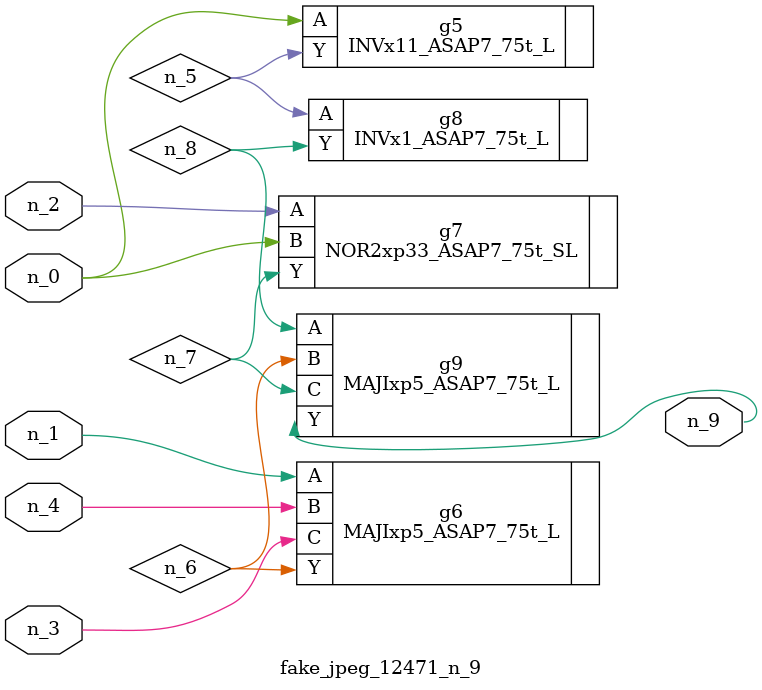
<source format=v>
module fake_jpeg_12471_n_9 (n_3, n_2, n_1, n_0, n_4, n_9);

input n_3;
input n_2;
input n_1;
input n_0;
input n_4;

output n_9;

wire n_8;
wire n_6;
wire n_5;
wire n_7;

INVx11_ASAP7_75t_L g5 ( 
.A(n_0),
.Y(n_5)
);

MAJIxp5_ASAP7_75t_L g6 ( 
.A(n_1),
.B(n_4),
.C(n_3),
.Y(n_6)
);

NOR2xp33_ASAP7_75t_SL g7 ( 
.A(n_2),
.B(n_0),
.Y(n_7)
);

INVx1_ASAP7_75t_L g8 ( 
.A(n_5),
.Y(n_8)
);

MAJIxp5_ASAP7_75t_L g9 ( 
.A(n_8),
.B(n_6),
.C(n_7),
.Y(n_9)
);


endmodule
</source>
